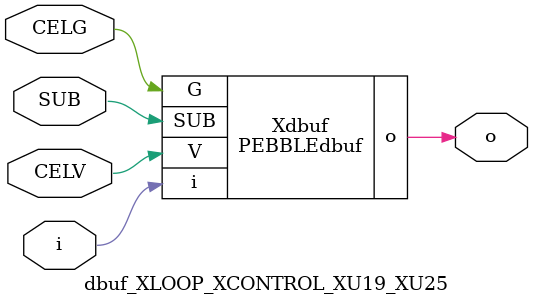
<source format=v>



module PEBBLEdbuf ( o, G, SUB, V, i );

  input V;
  input i;
  input G;
  output o;
  input SUB;
endmodule

//Celera Confidential Do Not Copy dbuf_XLOOP_XCONTROL_XU19_XU25
//Celera Confidential Symbol Generator
//Digital Buffer
module dbuf_XLOOP_XCONTROL_XU19_XU25 (CELV,CELG,i,o,SUB);
input CELV;
input CELG;
input i;
input SUB;
output o;

//Celera Confidential Do Not Copy dbuf
PEBBLEdbuf Xdbuf(
.V (CELV),
.i (i),
.o (o),
.SUB (SUB),
.G (CELG)
);
//,diesize,PEBBLEdbuf

//Celera Confidential Do Not Copy Module End
//Celera Schematic Generator
endmodule

</source>
